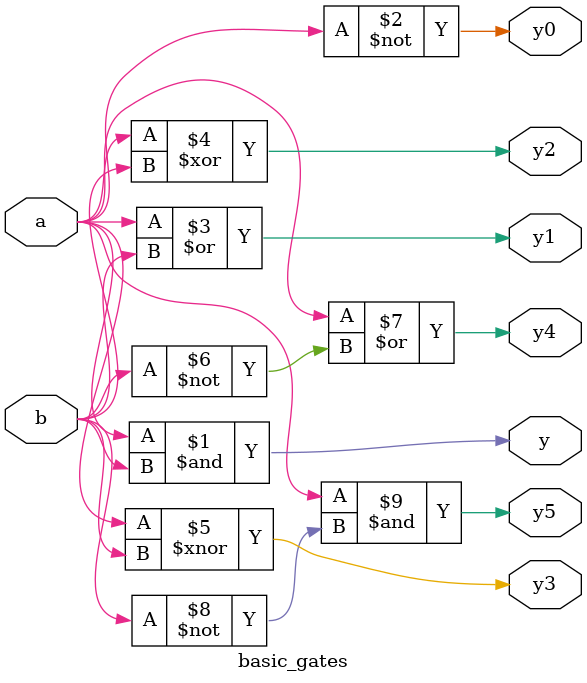
<source format=v>
`timescale 1ns / 1ps


module basic_gates(
input a,b,
output y,y0,y1,y2,y3,y4,y5
    );
    assign y= a&b;
    assign y0=~a;
    assign y1= a|b;
      assign y2= a^b;
       assign y3=a^~b;
       assign y4= a|~b;
       assign y5=a&~b;
endmodule

</source>
